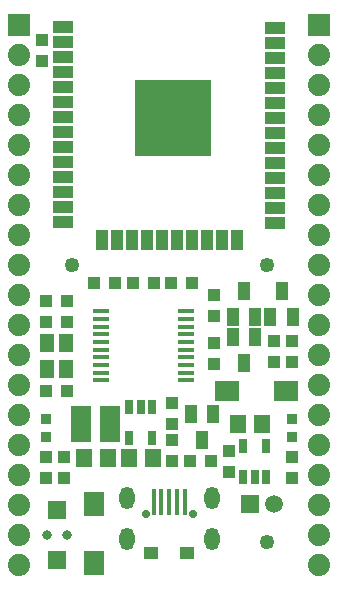
<source format=gbr>
G04 #@! TF.GenerationSoftware,KiCad,Pcbnew,6.0.0-rc1-unknown-829ba27~65~ubuntu16.04.1*
G04 #@! TF.CreationDate,2018-07-19T14:53:26+03:00*
G04 #@! TF.ProjectId,ESP32-DevKit-Lipo_Rev_A,45535033322D4465764B69742D4C6970,A*
G04 #@! TF.SameCoordinates,Original*
G04 #@! TF.FileFunction,Soldermask,Top*
G04 #@! TF.FilePolarity,Negative*
%FSLAX46Y46*%
G04 Gerber Fmt 4.6, Leading zero omitted, Abs format (unit mm)*
G04 Created by KiCad (PCBNEW 6.0.0-rc1-unknown-829ba27~65~ubuntu16.04.1) date Thu Jul 19 14:53:26 2018*
%MOMM*%
%LPD*%
G01*
G04 APERTURE LIST*
%ADD10R,1.301600X1.501600*%
%ADD11R,1.501600X1.501600*%
%ADD12C,1.501600*%
%ADD13R,1.371600X1.625600*%
%ADD14R,1.117600X1.117600*%
%ADD15R,0.901600X0.901600*%
%ADD16R,1.801600X2.101600*%
%ADD17R,2.101600X1.801600*%
%ADD18C,1.879600*%
%ADD19R,1.879600X1.879600*%
%ADD20R,1.101600X1.501600*%
%ADD21C,1.254000*%
%ADD22R,1.701600X3.101600*%
%ADD23R,0.651600X1.301600*%
%ADD24R,1.371600X0.426600*%
%ADD25C,1.700000*%
%ADD26C,2.400000*%
%ADD27R,6.400000X6.400000*%
%ADD28R,1.801600X1.001600*%
%ADD29R,1.001600X1.801600*%
%ADD30R,0.426600X2.251600*%
%ADD31C,0.701600*%
%ADD32R,1.201600X1.101600*%
%ADD33O,1.301600X1.901600*%
%ADD34C,0.801600*%
%ADD35R,1.501600X1.601600*%
G04 APERTURE END LIST*
D10*
G04 #@! TO.C,Q1*
X134785000Y-99357000D03*
X133185000Y-101557000D03*
X134785000Y-101557000D03*
X133185000Y-99357000D03*
G04 #@! TD*
D11*
G04 #@! TO.C,BAT1*
X150375620Y-112925860D03*
D12*
X152387300Y-112923320D03*
G04 #@! TD*
D13*
G04 #@! TO.C,C1*
X149352000Y-106172000D03*
X151384000Y-106172000D03*
G04 #@! TD*
D14*
G04 #@! TO.C,C2*
X134874000Y-97536000D03*
X133096000Y-97536000D03*
G04 #@! TD*
G04 #@! TO.C,C3*
X133096000Y-103378000D03*
X134874000Y-103378000D03*
G04 #@! TD*
G04 #@! TO.C,C4*
X145415000Y-94234000D03*
X143637000Y-94234000D03*
G04 #@! TD*
G04 #@! TO.C,C5*
X133096000Y-95758000D03*
X134874000Y-95758000D03*
G04 #@! TD*
D13*
G04 #@! TO.C,C6*
X142113000Y-109093000D03*
X140081000Y-109093000D03*
G04 #@! TD*
G04 #@! TO.C,C7*
X138303000Y-109093000D03*
X136271000Y-109093000D03*
G04 #@! TD*
D15*
G04 #@! TO.C,CHARGING1*
X153924000Y-107315000D03*
X153924000Y-105791000D03*
G04 #@! TD*
D16*
G04 #@! TO.C,D1*
X137160000Y-117943000D03*
X137160000Y-112943000D03*
G04 #@! TD*
D17*
G04 #@! TO.C,D2*
X148376000Y-103378000D03*
X153376000Y-103378000D03*
G04 #@! TD*
D18*
G04 #@! TO.C,EXT1*
X130810000Y-80010000D03*
X130810000Y-77470000D03*
X130810000Y-74930000D03*
D19*
X130810000Y-72390000D03*
D18*
X130810000Y-82550000D03*
X130810000Y-85090000D03*
X130810000Y-90170000D03*
X130810000Y-87630000D03*
X130810000Y-92710000D03*
X130810000Y-95250000D03*
X130810000Y-100330000D03*
X130810000Y-97790000D03*
X130810000Y-102870000D03*
X130810000Y-105410000D03*
X130810000Y-110490000D03*
X130810000Y-107950000D03*
X130810000Y-118110000D03*
X130810000Y-115570000D03*
X130810000Y-113030000D03*
G04 #@! TD*
G04 #@! TO.C,EXT2*
X156210000Y-80010000D03*
X156210000Y-77470000D03*
X156210000Y-74930000D03*
D19*
X156210000Y-72390000D03*
D18*
X156210000Y-82550000D03*
X156210000Y-85090000D03*
X156210000Y-90170000D03*
X156210000Y-87630000D03*
X156210000Y-92710000D03*
X156210000Y-95250000D03*
X156210000Y-100330000D03*
X156210000Y-97790000D03*
X156210000Y-102870000D03*
X156210000Y-105410000D03*
X156210000Y-110490000D03*
X156210000Y-107950000D03*
X156210000Y-118110000D03*
X156210000Y-115570000D03*
X156210000Y-113030000D03*
G04 #@! TD*
D20*
G04 #@! TO.C,FET1*
X147253960Y-105318560D03*
X145351500Y-105318560D03*
X146306540Y-107528360D03*
G04 #@! TD*
D21*
G04 #@! TO.C,FID1*
X151765000Y-116205000D03*
G04 #@! TD*
G04 #@! TO.C,FID2*
X151765000Y-92710000D03*
G04 #@! TD*
G04 #@! TO.C,FID3*
X135255000Y-92710000D03*
G04 #@! TD*
D22*
G04 #@! TO.C,L1*
X136087000Y-106172000D03*
X138487000Y-106172000D03*
G04 #@! TD*
D15*
G04 #@! TO.C,PWRLED1*
X133096000Y-107315000D03*
X133096000Y-105791000D03*
G04 #@! TD*
D20*
G04 #@! TO.C,Q2*
X148910040Y-97119440D03*
X150812500Y-97119440D03*
X149857460Y-94909640D03*
G04 #@! TD*
G04 #@! TO.C,Q3*
X150809960Y-98841560D03*
X148907500Y-98841560D03*
X149862540Y-101051360D03*
G04 #@! TD*
D14*
G04 #@! TO.C,R1*
X134620000Y-110744000D03*
X134620000Y-108966000D03*
G04 #@! TD*
G04 #@! TO.C,R2*
X133096000Y-110744001D03*
X133096000Y-108966001D03*
G04 #@! TD*
G04 #@! TO.C,R3*
X153924000Y-110744000D03*
X153924000Y-108966000D03*
G04 #@! TD*
G04 #@! TO.C,R4*
X148590000Y-110236000D03*
X148590000Y-108458000D03*
G04 #@! TD*
G04 #@! TO.C,R5*
X145288000Y-109347000D03*
X147066000Y-109347000D03*
G04 #@! TD*
G04 #@! TO.C,R6*
X138938000Y-94234000D03*
X137160000Y-94234000D03*
G04 #@! TD*
G04 #@! TO.C,R7*
X142240000Y-94234000D03*
X140462000Y-94234000D03*
G04 #@! TD*
G04 #@! TO.C,R8*
X147320000Y-101092000D03*
X147320000Y-99314000D03*
G04 #@! TD*
G04 #@! TO.C,R9*
X147320000Y-95250000D03*
X147320000Y-97028000D03*
G04 #@! TD*
G04 #@! TO.C,R10*
X152400000Y-99187000D03*
X152400000Y-100965000D03*
G04 #@! TD*
G04 #@! TO.C,R11*
X143764000Y-104394000D03*
X143764000Y-106172000D03*
G04 #@! TD*
G04 #@! TO.C,R12*
X143764000Y-109347000D03*
X143764000Y-107569000D03*
G04 #@! TD*
G04 #@! TO.C,R13*
X132715000Y-75438000D03*
X132715000Y-73660000D03*
G04 #@! TD*
G04 #@! TO.C,R14*
X153924000Y-100965000D03*
X153924000Y-99187000D03*
G04 #@! TD*
D23*
G04 #@! TO.C,U1*
X149799000Y-110647000D03*
X150749000Y-110647000D03*
X151699000Y-110647000D03*
X149799000Y-108047000D03*
X151699000Y-108047000D03*
G04 #@! TD*
D24*
G04 #@! TO.C,U2*
X137731500Y-96643000D03*
X137731500Y-97293000D03*
X137731500Y-97943000D03*
X137731500Y-98593000D03*
X137731500Y-99243000D03*
X137731500Y-99893000D03*
X137731500Y-100543000D03*
X137731500Y-101193000D03*
X137731500Y-101843000D03*
X137731500Y-102493000D03*
X144970500Y-102493000D03*
X144970500Y-101843000D03*
X144970500Y-101193000D03*
X144970500Y-100543000D03*
X144970500Y-99893000D03*
X144970500Y-99243000D03*
X144970500Y-98593000D03*
X144970500Y-97943000D03*
X144970500Y-97293000D03*
X144970500Y-96643000D03*
G04 #@! TD*
D23*
G04 #@! TO.C,U3*
X142047000Y-104745000D03*
X141097000Y-104745000D03*
X140147000Y-104745000D03*
X142047000Y-107345000D03*
X140147000Y-107345000D03*
G04 #@! TD*
D20*
G04 #@! TO.C,U4*
X153035000Y-94912000D03*
X153985000Y-97112000D03*
X152085000Y-97112000D03*
G04 #@! TD*
D25*
G04 #@! TO.C,U5*
X141469600Y-82650800D03*
D26*
X143781000Y-80314000D03*
D27*
X143810000Y-80301000D03*
D28*
X152510000Y-72641000D03*
X152510000Y-73911000D03*
X152510000Y-75181000D03*
X152510000Y-76451000D03*
X152510000Y-77721000D03*
X152510000Y-78991000D03*
X152510000Y-80261000D03*
X152510000Y-81531000D03*
X152510000Y-82801000D03*
X152510000Y-84071000D03*
X152510000Y-85341000D03*
X152510000Y-86611000D03*
X152510000Y-87881000D03*
X152510000Y-89151000D03*
D29*
X149240000Y-90601000D03*
X147970000Y-90601000D03*
X146700000Y-90601000D03*
X145430000Y-90601000D03*
X144160000Y-90601000D03*
X142890000Y-90601000D03*
X141620000Y-90601000D03*
X140350000Y-90601000D03*
X139080000Y-90601000D03*
X137810000Y-90601000D03*
D28*
X134510000Y-89111000D03*
X134510000Y-87841000D03*
X134510000Y-86571000D03*
X134510000Y-85301000D03*
X134510000Y-84031000D03*
X134510000Y-82761000D03*
X134510000Y-81491000D03*
X134510000Y-80221000D03*
X134510000Y-78951000D03*
X134510000Y-77681000D03*
X134510000Y-76411000D03*
X134510000Y-75141000D03*
X134510000Y-73871000D03*
X134510000Y-72601000D03*
D25*
X146143200Y-82650800D03*
X141469600Y-77951800D03*
X146143200Y-77951800D03*
X143781000Y-77951800D03*
X143781000Y-82650800D03*
X141469600Y-80187000D03*
X146143200Y-80187000D03*
G04 #@! TD*
D30*
G04 #@! TO.C,USB-UART1*
X142210000Y-112797000D03*
X142860000Y-112797000D03*
X143510000Y-112797000D03*
X144160000Y-112797000D03*
X144810000Y-112797000D03*
D31*
X141510000Y-113797000D03*
X145510000Y-113797000D03*
D32*
X142010000Y-117097000D03*
X145010000Y-117097000D03*
D33*
X139910000Y-115947000D03*
X139910000Y-112477000D03*
X147110000Y-112477000D03*
X147110000Y-115947000D03*
G04 #@! TD*
D34*
G04 #@! TO.C,RST1*
X133135000Y-115570000D03*
X134835000Y-115570000D03*
D35*
X133985000Y-117670000D03*
X133985000Y-113470000D03*
G04 #@! TD*
M02*

</source>
